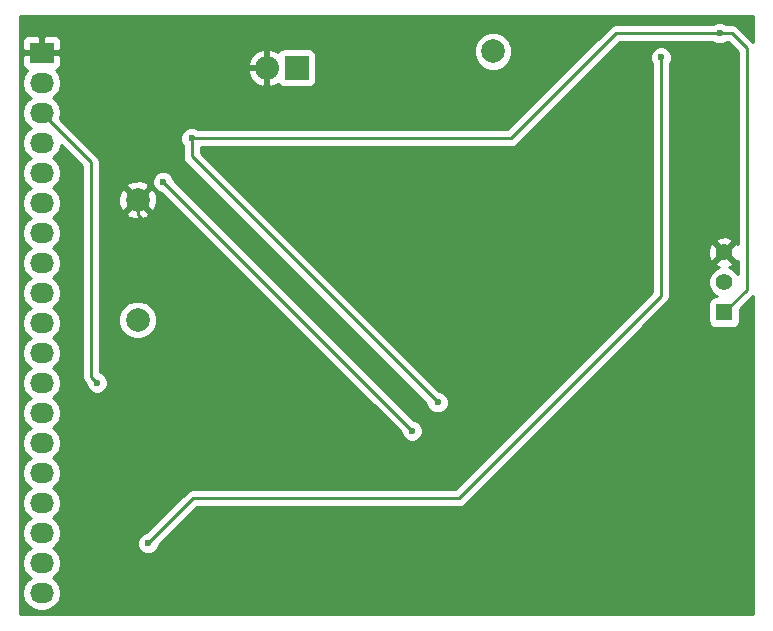
<source format=gbl>
G04 #@! TF.FileFunction,Copper,L2,Bot,Signal*
%FSLAX46Y46*%
G04 Gerber Fmt 4.6, Leading zero omitted, Abs format (unit mm)*
G04 Created by KiCad (PCBNEW 4.0.6-e0-6349~53~ubuntu16.04.1) date Thu Oct  5 16:52:19 2017*
%MOMM*%
%LPD*%
G01*
G04 APERTURE LIST*
%ADD10C,0.100000*%
%ADD11R,2.032000X1.727200*%
%ADD12O,2.032000X1.727200*%
%ADD13R,2.032000X2.032000*%
%ADD14O,2.032000X2.032000*%
%ADD15R,1.397000X1.397000*%
%ADD16C,1.397000*%
%ADD17C,2.000000*%
%ADD18C,1.998980*%
%ADD19C,0.600000*%
%ADD20C,0.250000*%
%ADD21C,0.254000*%
G04 APERTURE END LIST*
D10*
D11*
X46990000Y-87630000D03*
D12*
X46990000Y-90170000D03*
X46990000Y-92710000D03*
X46990000Y-95250000D03*
X46990000Y-97790000D03*
X46990000Y-100330000D03*
X46990000Y-102870000D03*
X46990000Y-105410000D03*
X46990000Y-107950000D03*
X46990000Y-110490000D03*
X46990000Y-113030000D03*
X46990000Y-115570000D03*
X46990000Y-118110000D03*
X46990000Y-120650000D03*
X46990000Y-123190000D03*
X46990000Y-125730000D03*
X46990000Y-128270000D03*
X46990000Y-130810000D03*
X46990000Y-133350000D03*
D13*
X68580000Y-88900000D03*
D14*
X66040000Y-88900000D03*
D15*
X104775000Y-109601000D03*
D16*
X104775000Y-107061000D03*
X104775000Y-104521000D03*
D17*
X85217000Y-87503000D03*
D18*
X55118000Y-100076000D03*
X55118000Y-110236000D03*
D19*
X99441000Y-88011000D03*
X56007000Y-129159000D03*
X80518000Y-117221000D03*
X104394000Y-85979000D03*
X59690000Y-94869000D03*
X72898000Y-96266000D03*
X51689000Y-115570000D03*
X57277000Y-98552000D03*
X78359000Y-119634000D03*
D20*
X99441000Y-108204000D02*
X99441000Y-88011000D01*
X82296000Y-125349000D02*
X99441000Y-108204000D01*
X59817000Y-125349000D02*
X82296000Y-125349000D01*
X56007000Y-129159000D02*
X59817000Y-125349000D01*
X104394000Y-85979000D02*
X105410000Y-85979000D01*
X106680000Y-107696000D02*
X104775000Y-109601000D01*
X106680000Y-87249000D02*
X106680000Y-107696000D01*
X105410000Y-85979000D02*
X106680000Y-87249000D01*
X59690000Y-94869000D02*
X59690000Y-96393000D01*
X59690000Y-96393000D02*
X80518000Y-117221000D01*
X95631000Y-85979000D02*
X104394000Y-85979000D01*
X86741000Y-94869000D02*
X95631000Y-85979000D01*
X59690000Y-94869000D02*
X86741000Y-94869000D01*
X55118000Y-100076000D02*
X55118000Y-101346000D01*
X55118000Y-101346000D02*
X75819000Y-122047000D01*
X75819000Y-122047000D02*
X81026000Y-122047000D01*
X81026000Y-122047000D02*
X86741000Y-116332000D01*
X86741000Y-116332000D02*
X86741000Y-110109000D01*
X86741000Y-110109000D02*
X72898000Y-96266000D01*
X51181000Y-96901000D02*
X46990000Y-92710000D01*
X51181000Y-115062000D02*
X51181000Y-96901000D01*
X51689000Y-115570000D02*
X51181000Y-115062000D01*
X78359000Y-119634000D02*
X57277000Y-98552000D01*
D21*
G36*
X107240000Y-86745421D02*
X107217401Y-86711599D01*
X105947401Y-85441599D01*
X105700839Y-85276852D01*
X105410000Y-85219000D01*
X104956463Y-85219000D01*
X104924327Y-85186808D01*
X104580799Y-85044162D01*
X104208833Y-85043838D01*
X103865057Y-85185883D01*
X103831882Y-85219000D01*
X95631000Y-85219000D01*
X95340161Y-85276852D01*
X95093599Y-85441599D01*
X86426198Y-94109000D01*
X60252463Y-94109000D01*
X60220327Y-94076808D01*
X59876799Y-93934162D01*
X59504833Y-93933838D01*
X59161057Y-94075883D01*
X58897808Y-94338673D01*
X58755162Y-94682201D01*
X58754838Y-95054167D01*
X58896883Y-95397943D01*
X58930000Y-95431118D01*
X58930000Y-96393000D01*
X58987852Y-96683839D01*
X59152599Y-96930401D01*
X79582878Y-117360680D01*
X79582838Y-117406167D01*
X79724883Y-117749943D01*
X79987673Y-118013192D01*
X80331201Y-118155838D01*
X80703167Y-118156162D01*
X81046943Y-118014117D01*
X81310192Y-117751327D01*
X81452838Y-117407799D01*
X81453162Y-117035833D01*
X81311117Y-116692057D01*
X81048327Y-116428808D01*
X80704799Y-116286162D01*
X80657923Y-116286121D01*
X60450000Y-96078198D01*
X60450000Y-95629000D01*
X86741000Y-95629000D01*
X87031839Y-95571148D01*
X87278401Y-95406401D01*
X95945802Y-86739000D01*
X103831537Y-86739000D01*
X103863673Y-86771192D01*
X104207201Y-86913838D01*
X104579167Y-86914162D01*
X104922943Y-86772117D01*
X104956118Y-86739000D01*
X105095198Y-86739000D01*
X105920000Y-87563802D01*
X105920000Y-103821581D01*
X105709188Y-103766417D01*
X104954605Y-104521000D01*
X105709188Y-105275583D01*
X105920000Y-105220419D01*
X105920000Y-106340149D01*
X105906146Y-106306620D01*
X105531353Y-105931173D01*
X105209882Y-105797686D01*
X105467929Y-105690800D01*
X105529583Y-105455188D01*
X104775000Y-104700605D01*
X104020417Y-105455188D01*
X104082071Y-105690800D01*
X104361312Y-105789083D01*
X104020620Y-105929854D01*
X103645173Y-106304647D01*
X103441732Y-106794587D01*
X103441269Y-107325086D01*
X103643854Y-107815380D01*
X104018647Y-108190827D01*
X104173337Y-108255060D01*
X104076500Y-108255060D01*
X103841183Y-108299338D01*
X103625059Y-108438410D01*
X103480069Y-108650610D01*
X103429060Y-108902500D01*
X103429060Y-110299500D01*
X103473338Y-110534817D01*
X103612410Y-110750941D01*
X103824610Y-110895931D01*
X104076500Y-110946940D01*
X105473500Y-110946940D01*
X105708817Y-110902662D01*
X105924941Y-110763590D01*
X106069931Y-110551390D01*
X106120940Y-110299500D01*
X106120940Y-109329862D01*
X107217401Y-108233401D01*
X107240000Y-108199579D01*
X107240000Y-135180000D01*
X45160000Y-135180000D01*
X45160000Y-90170000D01*
X45306655Y-90170000D01*
X45420729Y-90743489D01*
X45745585Y-91229670D01*
X46060366Y-91440000D01*
X45745585Y-91650330D01*
X45420729Y-92136511D01*
X45306655Y-92710000D01*
X45420729Y-93283489D01*
X45745585Y-93769670D01*
X46060366Y-93980000D01*
X45745585Y-94190330D01*
X45420729Y-94676511D01*
X45306655Y-95250000D01*
X45420729Y-95823489D01*
X45745585Y-96309670D01*
X46060366Y-96520000D01*
X45745585Y-96730330D01*
X45420729Y-97216511D01*
X45306655Y-97790000D01*
X45420729Y-98363489D01*
X45745585Y-98849670D01*
X46060366Y-99060000D01*
X45745585Y-99270330D01*
X45420729Y-99756511D01*
X45306655Y-100330000D01*
X45420729Y-100903489D01*
X45745585Y-101389670D01*
X46060366Y-101600000D01*
X45745585Y-101810330D01*
X45420729Y-102296511D01*
X45306655Y-102870000D01*
X45420729Y-103443489D01*
X45745585Y-103929670D01*
X46060366Y-104140000D01*
X45745585Y-104350330D01*
X45420729Y-104836511D01*
X45306655Y-105410000D01*
X45420729Y-105983489D01*
X45745585Y-106469670D01*
X46060366Y-106680000D01*
X45745585Y-106890330D01*
X45420729Y-107376511D01*
X45306655Y-107950000D01*
X45420729Y-108523489D01*
X45745585Y-109009670D01*
X46060366Y-109220000D01*
X45745585Y-109430330D01*
X45420729Y-109916511D01*
X45306655Y-110490000D01*
X45420729Y-111063489D01*
X45745585Y-111549670D01*
X46060366Y-111760000D01*
X45745585Y-111970330D01*
X45420729Y-112456511D01*
X45306655Y-113030000D01*
X45420729Y-113603489D01*
X45745585Y-114089670D01*
X46060366Y-114300000D01*
X45745585Y-114510330D01*
X45420729Y-114996511D01*
X45306655Y-115570000D01*
X45420729Y-116143489D01*
X45745585Y-116629670D01*
X46060366Y-116840000D01*
X45745585Y-117050330D01*
X45420729Y-117536511D01*
X45306655Y-118110000D01*
X45420729Y-118683489D01*
X45745585Y-119169670D01*
X46060366Y-119380000D01*
X45745585Y-119590330D01*
X45420729Y-120076511D01*
X45306655Y-120650000D01*
X45420729Y-121223489D01*
X45745585Y-121709670D01*
X46060366Y-121920000D01*
X45745585Y-122130330D01*
X45420729Y-122616511D01*
X45306655Y-123190000D01*
X45420729Y-123763489D01*
X45745585Y-124249670D01*
X46060366Y-124460000D01*
X45745585Y-124670330D01*
X45420729Y-125156511D01*
X45306655Y-125730000D01*
X45420729Y-126303489D01*
X45745585Y-126789670D01*
X46060366Y-127000000D01*
X45745585Y-127210330D01*
X45420729Y-127696511D01*
X45306655Y-128270000D01*
X45420729Y-128843489D01*
X45745585Y-129329670D01*
X46060366Y-129540000D01*
X45745585Y-129750330D01*
X45420729Y-130236511D01*
X45306655Y-130810000D01*
X45420729Y-131383489D01*
X45745585Y-131869670D01*
X46060366Y-132080000D01*
X45745585Y-132290330D01*
X45420729Y-132776511D01*
X45306655Y-133350000D01*
X45420729Y-133923489D01*
X45745585Y-134409670D01*
X46231766Y-134734526D01*
X46805255Y-134848600D01*
X47174745Y-134848600D01*
X47748234Y-134734526D01*
X48234415Y-134409670D01*
X48559271Y-133923489D01*
X48673345Y-133350000D01*
X48559271Y-132776511D01*
X48234415Y-132290330D01*
X47919634Y-132080000D01*
X48234415Y-131869670D01*
X48559271Y-131383489D01*
X48673345Y-130810000D01*
X48559271Y-130236511D01*
X48234415Y-129750330D01*
X47919634Y-129540000D01*
X48212718Y-129344167D01*
X55071838Y-129344167D01*
X55213883Y-129687943D01*
X55476673Y-129951192D01*
X55820201Y-130093838D01*
X56192167Y-130094162D01*
X56535943Y-129952117D01*
X56799192Y-129689327D01*
X56941838Y-129345799D01*
X56941879Y-129298923D01*
X60131802Y-126109000D01*
X82296000Y-126109000D01*
X82586839Y-126051148D01*
X82833401Y-125886401D01*
X99978401Y-108741401D01*
X100143148Y-108494839D01*
X100201000Y-108204000D01*
X100201000Y-104328480D01*
X103429073Y-104328480D01*
X103457852Y-104858199D01*
X103605200Y-105213929D01*
X103840812Y-105275583D01*
X104595395Y-104521000D01*
X103840812Y-103766417D01*
X103605200Y-103828071D01*
X103429073Y-104328480D01*
X100201000Y-104328480D01*
X100201000Y-103586812D01*
X104020417Y-103586812D01*
X104775000Y-104341395D01*
X105529583Y-103586812D01*
X105467929Y-103351200D01*
X104967520Y-103175073D01*
X104437801Y-103203852D01*
X104082071Y-103351200D01*
X104020417Y-103586812D01*
X100201000Y-103586812D01*
X100201000Y-88573463D01*
X100233192Y-88541327D01*
X100375838Y-88197799D01*
X100376162Y-87825833D01*
X100234117Y-87482057D01*
X99971327Y-87218808D01*
X99627799Y-87076162D01*
X99255833Y-87075838D01*
X98912057Y-87217883D01*
X98648808Y-87480673D01*
X98506162Y-87824201D01*
X98505838Y-88196167D01*
X98647883Y-88539943D01*
X98681000Y-88573118D01*
X98681000Y-107889198D01*
X81981198Y-124589000D01*
X59817000Y-124589000D01*
X59526161Y-124646852D01*
X59279599Y-124811599D01*
X55867320Y-128223878D01*
X55821833Y-128223838D01*
X55478057Y-128365883D01*
X55214808Y-128628673D01*
X55072162Y-128972201D01*
X55071838Y-129344167D01*
X48212718Y-129344167D01*
X48234415Y-129329670D01*
X48559271Y-128843489D01*
X48673345Y-128270000D01*
X48559271Y-127696511D01*
X48234415Y-127210330D01*
X47919634Y-127000000D01*
X48234415Y-126789670D01*
X48559271Y-126303489D01*
X48673345Y-125730000D01*
X48559271Y-125156511D01*
X48234415Y-124670330D01*
X47919634Y-124460000D01*
X48234415Y-124249670D01*
X48559271Y-123763489D01*
X48673345Y-123190000D01*
X48559271Y-122616511D01*
X48234415Y-122130330D01*
X47919634Y-121920000D01*
X48234415Y-121709670D01*
X48559271Y-121223489D01*
X48673345Y-120650000D01*
X48559271Y-120076511D01*
X48234415Y-119590330D01*
X47919634Y-119380000D01*
X48234415Y-119169670D01*
X48559271Y-118683489D01*
X48673345Y-118110000D01*
X48559271Y-117536511D01*
X48234415Y-117050330D01*
X47919634Y-116840000D01*
X48234415Y-116629670D01*
X48559271Y-116143489D01*
X48673345Y-115570000D01*
X48559271Y-114996511D01*
X48234415Y-114510330D01*
X47919634Y-114300000D01*
X48234415Y-114089670D01*
X48559271Y-113603489D01*
X48673345Y-113030000D01*
X48559271Y-112456511D01*
X48234415Y-111970330D01*
X47919634Y-111760000D01*
X48234415Y-111549670D01*
X48559271Y-111063489D01*
X48673345Y-110490000D01*
X48559271Y-109916511D01*
X48234415Y-109430330D01*
X47919634Y-109220000D01*
X48234415Y-109009670D01*
X48559271Y-108523489D01*
X48673345Y-107950000D01*
X48559271Y-107376511D01*
X48234415Y-106890330D01*
X47919634Y-106680000D01*
X48234415Y-106469670D01*
X48559271Y-105983489D01*
X48673345Y-105410000D01*
X48559271Y-104836511D01*
X48234415Y-104350330D01*
X47919634Y-104140000D01*
X48234415Y-103929670D01*
X48559271Y-103443489D01*
X48673345Y-102870000D01*
X48559271Y-102296511D01*
X48234415Y-101810330D01*
X47919634Y-101600000D01*
X48234415Y-101389670D01*
X48559271Y-100903489D01*
X48673345Y-100330000D01*
X48559271Y-99756511D01*
X48234415Y-99270330D01*
X47919634Y-99060000D01*
X48234415Y-98849670D01*
X48559271Y-98363489D01*
X48673345Y-97790000D01*
X48559271Y-97216511D01*
X48234415Y-96730330D01*
X47919634Y-96520000D01*
X48234415Y-96309670D01*
X48559271Y-95823489D01*
X48637152Y-95431954D01*
X50421000Y-97215802D01*
X50421000Y-115062000D01*
X50478852Y-115352839D01*
X50643599Y-115599401D01*
X50753878Y-115709680D01*
X50753838Y-115755167D01*
X50895883Y-116098943D01*
X51158673Y-116362192D01*
X51502201Y-116504838D01*
X51874167Y-116505162D01*
X52217943Y-116363117D01*
X52481192Y-116100327D01*
X52623838Y-115756799D01*
X52624162Y-115384833D01*
X52482117Y-115041057D01*
X52219327Y-114777808D01*
X51941000Y-114662236D01*
X51941000Y-110559694D01*
X53483226Y-110559694D01*
X53731538Y-111160655D01*
X54190927Y-111620846D01*
X54791453Y-111870206D01*
X55441694Y-111870774D01*
X56042655Y-111622462D01*
X56502846Y-111163073D01*
X56752206Y-110562547D01*
X56752774Y-109912306D01*
X56504462Y-109311345D01*
X56045073Y-108851154D01*
X55444547Y-108601794D01*
X54794306Y-108601226D01*
X54193345Y-108849538D01*
X53733154Y-109308927D01*
X53483794Y-109909453D01*
X53483226Y-110559694D01*
X51941000Y-110559694D01*
X51941000Y-101228163D01*
X54145443Y-101228163D01*
X54244042Y-101494965D01*
X54853582Y-101721401D01*
X55503377Y-101697341D01*
X55991958Y-101494965D01*
X56090557Y-101228163D01*
X55118000Y-100255605D01*
X54145443Y-101228163D01*
X51941000Y-101228163D01*
X51941000Y-99811582D01*
X53472599Y-99811582D01*
X53496659Y-100461377D01*
X53699035Y-100949958D01*
X53965837Y-101048557D01*
X54938395Y-100076000D01*
X55297605Y-100076000D01*
X56270163Y-101048557D01*
X56536965Y-100949958D01*
X56763401Y-100340418D01*
X56739341Y-99690623D01*
X56536965Y-99202042D01*
X56270163Y-99103443D01*
X55297605Y-100076000D01*
X54938395Y-100076000D01*
X53965837Y-99103443D01*
X53699035Y-99202042D01*
X53472599Y-99811582D01*
X51941000Y-99811582D01*
X51941000Y-98923837D01*
X54145443Y-98923837D01*
X55118000Y-99896395D01*
X56090557Y-98923837D01*
X56021572Y-98737167D01*
X56341838Y-98737167D01*
X56483883Y-99080943D01*
X56746673Y-99344192D01*
X57090201Y-99486838D01*
X57137077Y-99486879D01*
X77423878Y-119773680D01*
X77423838Y-119819167D01*
X77565883Y-120162943D01*
X77828673Y-120426192D01*
X78172201Y-120568838D01*
X78544167Y-120569162D01*
X78887943Y-120427117D01*
X79151192Y-120164327D01*
X79293838Y-119820799D01*
X79294162Y-119448833D01*
X79152117Y-119105057D01*
X78889327Y-118841808D01*
X78545799Y-118699162D01*
X78498923Y-118699121D01*
X58212122Y-98412320D01*
X58212162Y-98366833D01*
X58070117Y-98023057D01*
X57807327Y-97759808D01*
X57463799Y-97617162D01*
X57091833Y-97616838D01*
X56748057Y-97758883D01*
X56484808Y-98021673D01*
X56342162Y-98365201D01*
X56341838Y-98737167D01*
X56021572Y-98737167D01*
X55991958Y-98657035D01*
X55382418Y-98430599D01*
X54732623Y-98454659D01*
X54244042Y-98657035D01*
X54145443Y-98923837D01*
X51941000Y-98923837D01*
X51941000Y-96901000D01*
X51883148Y-96610161D01*
X51718401Y-96363599D01*
X48572381Y-93217579D01*
X48673345Y-92710000D01*
X48559271Y-92136511D01*
X48234415Y-91650330D01*
X47919634Y-91440000D01*
X48234415Y-91229670D01*
X48559271Y-90743489D01*
X48673345Y-90170000D01*
X48559271Y-89596511D01*
X48349753Y-89282944D01*
X64434025Y-89282944D01*
X64633615Y-89764818D01*
X65071621Y-90237188D01*
X65657054Y-90505983D01*
X65913000Y-90387367D01*
X65913000Y-89027000D01*
X64553164Y-89027000D01*
X64434025Y-89282944D01*
X48349753Y-89282944D01*
X48234415Y-89110330D01*
X48212220Y-89095500D01*
X48365699Y-89031927D01*
X48544327Y-88853298D01*
X48641000Y-88619909D01*
X48641000Y-88517056D01*
X64434025Y-88517056D01*
X64553164Y-88773000D01*
X65913000Y-88773000D01*
X65913000Y-87412633D01*
X66167000Y-87412633D01*
X66167000Y-88773000D01*
X66187000Y-88773000D01*
X66187000Y-89027000D01*
X66167000Y-89027000D01*
X66167000Y-90387367D01*
X66422946Y-90505983D01*
X67008379Y-90237188D01*
X67012934Y-90232276D01*
X67099910Y-90367441D01*
X67312110Y-90512431D01*
X67564000Y-90563440D01*
X69596000Y-90563440D01*
X69831317Y-90519162D01*
X70047441Y-90380090D01*
X70192431Y-90167890D01*
X70243440Y-89916000D01*
X70243440Y-87884000D01*
X70232677Y-87826795D01*
X83581716Y-87826795D01*
X83830106Y-88427943D01*
X84289637Y-88888278D01*
X84890352Y-89137716D01*
X85540795Y-89138284D01*
X86141943Y-88889894D01*
X86602278Y-88430363D01*
X86851716Y-87829648D01*
X86852284Y-87179205D01*
X86603894Y-86578057D01*
X86144363Y-86117722D01*
X85543648Y-85868284D01*
X84893205Y-85867716D01*
X84292057Y-86116106D01*
X83831722Y-86575637D01*
X83582284Y-87176352D01*
X83581716Y-87826795D01*
X70232677Y-87826795D01*
X70199162Y-87648683D01*
X70060090Y-87432559D01*
X69847890Y-87287569D01*
X69596000Y-87236560D01*
X67564000Y-87236560D01*
X67328683Y-87280838D01*
X67112559Y-87419910D01*
X67012144Y-87566872D01*
X67008379Y-87562812D01*
X66422946Y-87294017D01*
X66167000Y-87412633D01*
X65913000Y-87412633D01*
X65657054Y-87294017D01*
X65071621Y-87562812D01*
X64633615Y-88035182D01*
X64434025Y-88517056D01*
X48641000Y-88517056D01*
X48641000Y-87915750D01*
X48482250Y-87757000D01*
X47117000Y-87757000D01*
X47117000Y-87777000D01*
X46863000Y-87777000D01*
X46863000Y-87757000D01*
X45497750Y-87757000D01*
X45339000Y-87915750D01*
X45339000Y-88619909D01*
X45435673Y-88853298D01*
X45614301Y-89031927D01*
X45767780Y-89095500D01*
X45745585Y-89110330D01*
X45420729Y-89596511D01*
X45306655Y-90170000D01*
X45160000Y-90170000D01*
X45160000Y-86640091D01*
X45339000Y-86640091D01*
X45339000Y-87344250D01*
X45497750Y-87503000D01*
X46863000Y-87503000D01*
X46863000Y-86290150D01*
X47117000Y-86290150D01*
X47117000Y-87503000D01*
X48482250Y-87503000D01*
X48641000Y-87344250D01*
X48641000Y-86640091D01*
X48544327Y-86406702D01*
X48365699Y-86228073D01*
X48132310Y-86131400D01*
X47275750Y-86131400D01*
X47117000Y-86290150D01*
X46863000Y-86290150D01*
X46704250Y-86131400D01*
X45847690Y-86131400D01*
X45614301Y-86228073D01*
X45435673Y-86406702D01*
X45339000Y-86640091D01*
X45160000Y-86640091D01*
X45160000Y-84530000D01*
X107240000Y-84530000D01*
X107240000Y-86745421D01*
X107240000Y-86745421D01*
G37*
X107240000Y-86745421D02*
X107217401Y-86711599D01*
X105947401Y-85441599D01*
X105700839Y-85276852D01*
X105410000Y-85219000D01*
X104956463Y-85219000D01*
X104924327Y-85186808D01*
X104580799Y-85044162D01*
X104208833Y-85043838D01*
X103865057Y-85185883D01*
X103831882Y-85219000D01*
X95631000Y-85219000D01*
X95340161Y-85276852D01*
X95093599Y-85441599D01*
X86426198Y-94109000D01*
X60252463Y-94109000D01*
X60220327Y-94076808D01*
X59876799Y-93934162D01*
X59504833Y-93933838D01*
X59161057Y-94075883D01*
X58897808Y-94338673D01*
X58755162Y-94682201D01*
X58754838Y-95054167D01*
X58896883Y-95397943D01*
X58930000Y-95431118D01*
X58930000Y-96393000D01*
X58987852Y-96683839D01*
X59152599Y-96930401D01*
X79582878Y-117360680D01*
X79582838Y-117406167D01*
X79724883Y-117749943D01*
X79987673Y-118013192D01*
X80331201Y-118155838D01*
X80703167Y-118156162D01*
X81046943Y-118014117D01*
X81310192Y-117751327D01*
X81452838Y-117407799D01*
X81453162Y-117035833D01*
X81311117Y-116692057D01*
X81048327Y-116428808D01*
X80704799Y-116286162D01*
X80657923Y-116286121D01*
X60450000Y-96078198D01*
X60450000Y-95629000D01*
X86741000Y-95629000D01*
X87031839Y-95571148D01*
X87278401Y-95406401D01*
X95945802Y-86739000D01*
X103831537Y-86739000D01*
X103863673Y-86771192D01*
X104207201Y-86913838D01*
X104579167Y-86914162D01*
X104922943Y-86772117D01*
X104956118Y-86739000D01*
X105095198Y-86739000D01*
X105920000Y-87563802D01*
X105920000Y-103821581D01*
X105709188Y-103766417D01*
X104954605Y-104521000D01*
X105709188Y-105275583D01*
X105920000Y-105220419D01*
X105920000Y-106340149D01*
X105906146Y-106306620D01*
X105531353Y-105931173D01*
X105209882Y-105797686D01*
X105467929Y-105690800D01*
X105529583Y-105455188D01*
X104775000Y-104700605D01*
X104020417Y-105455188D01*
X104082071Y-105690800D01*
X104361312Y-105789083D01*
X104020620Y-105929854D01*
X103645173Y-106304647D01*
X103441732Y-106794587D01*
X103441269Y-107325086D01*
X103643854Y-107815380D01*
X104018647Y-108190827D01*
X104173337Y-108255060D01*
X104076500Y-108255060D01*
X103841183Y-108299338D01*
X103625059Y-108438410D01*
X103480069Y-108650610D01*
X103429060Y-108902500D01*
X103429060Y-110299500D01*
X103473338Y-110534817D01*
X103612410Y-110750941D01*
X103824610Y-110895931D01*
X104076500Y-110946940D01*
X105473500Y-110946940D01*
X105708817Y-110902662D01*
X105924941Y-110763590D01*
X106069931Y-110551390D01*
X106120940Y-110299500D01*
X106120940Y-109329862D01*
X107217401Y-108233401D01*
X107240000Y-108199579D01*
X107240000Y-135180000D01*
X45160000Y-135180000D01*
X45160000Y-90170000D01*
X45306655Y-90170000D01*
X45420729Y-90743489D01*
X45745585Y-91229670D01*
X46060366Y-91440000D01*
X45745585Y-91650330D01*
X45420729Y-92136511D01*
X45306655Y-92710000D01*
X45420729Y-93283489D01*
X45745585Y-93769670D01*
X46060366Y-93980000D01*
X45745585Y-94190330D01*
X45420729Y-94676511D01*
X45306655Y-95250000D01*
X45420729Y-95823489D01*
X45745585Y-96309670D01*
X46060366Y-96520000D01*
X45745585Y-96730330D01*
X45420729Y-97216511D01*
X45306655Y-97790000D01*
X45420729Y-98363489D01*
X45745585Y-98849670D01*
X46060366Y-99060000D01*
X45745585Y-99270330D01*
X45420729Y-99756511D01*
X45306655Y-100330000D01*
X45420729Y-100903489D01*
X45745585Y-101389670D01*
X46060366Y-101600000D01*
X45745585Y-101810330D01*
X45420729Y-102296511D01*
X45306655Y-102870000D01*
X45420729Y-103443489D01*
X45745585Y-103929670D01*
X46060366Y-104140000D01*
X45745585Y-104350330D01*
X45420729Y-104836511D01*
X45306655Y-105410000D01*
X45420729Y-105983489D01*
X45745585Y-106469670D01*
X46060366Y-106680000D01*
X45745585Y-106890330D01*
X45420729Y-107376511D01*
X45306655Y-107950000D01*
X45420729Y-108523489D01*
X45745585Y-109009670D01*
X46060366Y-109220000D01*
X45745585Y-109430330D01*
X45420729Y-109916511D01*
X45306655Y-110490000D01*
X45420729Y-111063489D01*
X45745585Y-111549670D01*
X46060366Y-111760000D01*
X45745585Y-111970330D01*
X45420729Y-112456511D01*
X45306655Y-113030000D01*
X45420729Y-113603489D01*
X45745585Y-114089670D01*
X46060366Y-114300000D01*
X45745585Y-114510330D01*
X45420729Y-114996511D01*
X45306655Y-115570000D01*
X45420729Y-116143489D01*
X45745585Y-116629670D01*
X46060366Y-116840000D01*
X45745585Y-117050330D01*
X45420729Y-117536511D01*
X45306655Y-118110000D01*
X45420729Y-118683489D01*
X45745585Y-119169670D01*
X46060366Y-119380000D01*
X45745585Y-119590330D01*
X45420729Y-120076511D01*
X45306655Y-120650000D01*
X45420729Y-121223489D01*
X45745585Y-121709670D01*
X46060366Y-121920000D01*
X45745585Y-122130330D01*
X45420729Y-122616511D01*
X45306655Y-123190000D01*
X45420729Y-123763489D01*
X45745585Y-124249670D01*
X46060366Y-124460000D01*
X45745585Y-124670330D01*
X45420729Y-125156511D01*
X45306655Y-125730000D01*
X45420729Y-126303489D01*
X45745585Y-126789670D01*
X46060366Y-127000000D01*
X45745585Y-127210330D01*
X45420729Y-127696511D01*
X45306655Y-128270000D01*
X45420729Y-128843489D01*
X45745585Y-129329670D01*
X46060366Y-129540000D01*
X45745585Y-129750330D01*
X45420729Y-130236511D01*
X45306655Y-130810000D01*
X45420729Y-131383489D01*
X45745585Y-131869670D01*
X46060366Y-132080000D01*
X45745585Y-132290330D01*
X45420729Y-132776511D01*
X45306655Y-133350000D01*
X45420729Y-133923489D01*
X45745585Y-134409670D01*
X46231766Y-134734526D01*
X46805255Y-134848600D01*
X47174745Y-134848600D01*
X47748234Y-134734526D01*
X48234415Y-134409670D01*
X48559271Y-133923489D01*
X48673345Y-133350000D01*
X48559271Y-132776511D01*
X48234415Y-132290330D01*
X47919634Y-132080000D01*
X48234415Y-131869670D01*
X48559271Y-131383489D01*
X48673345Y-130810000D01*
X48559271Y-130236511D01*
X48234415Y-129750330D01*
X47919634Y-129540000D01*
X48212718Y-129344167D01*
X55071838Y-129344167D01*
X55213883Y-129687943D01*
X55476673Y-129951192D01*
X55820201Y-130093838D01*
X56192167Y-130094162D01*
X56535943Y-129952117D01*
X56799192Y-129689327D01*
X56941838Y-129345799D01*
X56941879Y-129298923D01*
X60131802Y-126109000D01*
X82296000Y-126109000D01*
X82586839Y-126051148D01*
X82833401Y-125886401D01*
X99978401Y-108741401D01*
X100143148Y-108494839D01*
X100201000Y-108204000D01*
X100201000Y-104328480D01*
X103429073Y-104328480D01*
X103457852Y-104858199D01*
X103605200Y-105213929D01*
X103840812Y-105275583D01*
X104595395Y-104521000D01*
X103840812Y-103766417D01*
X103605200Y-103828071D01*
X103429073Y-104328480D01*
X100201000Y-104328480D01*
X100201000Y-103586812D01*
X104020417Y-103586812D01*
X104775000Y-104341395D01*
X105529583Y-103586812D01*
X105467929Y-103351200D01*
X104967520Y-103175073D01*
X104437801Y-103203852D01*
X104082071Y-103351200D01*
X104020417Y-103586812D01*
X100201000Y-103586812D01*
X100201000Y-88573463D01*
X100233192Y-88541327D01*
X100375838Y-88197799D01*
X100376162Y-87825833D01*
X100234117Y-87482057D01*
X99971327Y-87218808D01*
X99627799Y-87076162D01*
X99255833Y-87075838D01*
X98912057Y-87217883D01*
X98648808Y-87480673D01*
X98506162Y-87824201D01*
X98505838Y-88196167D01*
X98647883Y-88539943D01*
X98681000Y-88573118D01*
X98681000Y-107889198D01*
X81981198Y-124589000D01*
X59817000Y-124589000D01*
X59526161Y-124646852D01*
X59279599Y-124811599D01*
X55867320Y-128223878D01*
X55821833Y-128223838D01*
X55478057Y-128365883D01*
X55214808Y-128628673D01*
X55072162Y-128972201D01*
X55071838Y-129344167D01*
X48212718Y-129344167D01*
X48234415Y-129329670D01*
X48559271Y-128843489D01*
X48673345Y-128270000D01*
X48559271Y-127696511D01*
X48234415Y-127210330D01*
X47919634Y-127000000D01*
X48234415Y-126789670D01*
X48559271Y-126303489D01*
X48673345Y-125730000D01*
X48559271Y-125156511D01*
X48234415Y-124670330D01*
X47919634Y-124460000D01*
X48234415Y-124249670D01*
X48559271Y-123763489D01*
X48673345Y-123190000D01*
X48559271Y-122616511D01*
X48234415Y-122130330D01*
X47919634Y-121920000D01*
X48234415Y-121709670D01*
X48559271Y-121223489D01*
X48673345Y-120650000D01*
X48559271Y-120076511D01*
X48234415Y-119590330D01*
X47919634Y-119380000D01*
X48234415Y-119169670D01*
X48559271Y-118683489D01*
X48673345Y-118110000D01*
X48559271Y-117536511D01*
X48234415Y-117050330D01*
X47919634Y-116840000D01*
X48234415Y-116629670D01*
X48559271Y-116143489D01*
X48673345Y-115570000D01*
X48559271Y-114996511D01*
X48234415Y-114510330D01*
X47919634Y-114300000D01*
X48234415Y-114089670D01*
X48559271Y-113603489D01*
X48673345Y-113030000D01*
X48559271Y-112456511D01*
X48234415Y-111970330D01*
X47919634Y-111760000D01*
X48234415Y-111549670D01*
X48559271Y-111063489D01*
X48673345Y-110490000D01*
X48559271Y-109916511D01*
X48234415Y-109430330D01*
X47919634Y-109220000D01*
X48234415Y-109009670D01*
X48559271Y-108523489D01*
X48673345Y-107950000D01*
X48559271Y-107376511D01*
X48234415Y-106890330D01*
X47919634Y-106680000D01*
X48234415Y-106469670D01*
X48559271Y-105983489D01*
X48673345Y-105410000D01*
X48559271Y-104836511D01*
X48234415Y-104350330D01*
X47919634Y-104140000D01*
X48234415Y-103929670D01*
X48559271Y-103443489D01*
X48673345Y-102870000D01*
X48559271Y-102296511D01*
X48234415Y-101810330D01*
X47919634Y-101600000D01*
X48234415Y-101389670D01*
X48559271Y-100903489D01*
X48673345Y-100330000D01*
X48559271Y-99756511D01*
X48234415Y-99270330D01*
X47919634Y-99060000D01*
X48234415Y-98849670D01*
X48559271Y-98363489D01*
X48673345Y-97790000D01*
X48559271Y-97216511D01*
X48234415Y-96730330D01*
X47919634Y-96520000D01*
X48234415Y-96309670D01*
X48559271Y-95823489D01*
X48637152Y-95431954D01*
X50421000Y-97215802D01*
X50421000Y-115062000D01*
X50478852Y-115352839D01*
X50643599Y-115599401D01*
X50753878Y-115709680D01*
X50753838Y-115755167D01*
X50895883Y-116098943D01*
X51158673Y-116362192D01*
X51502201Y-116504838D01*
X51874167Y-116505162D01*
X52217943Y-116363117D01*
X52481192Y-116100327D01*
X52623838Y-115756799D01*
X52624162Y-115384833D01*
X52482117Y-115041057D01*
X52219327Y-114777808D01*
X51941000Y-114662236D01*
X51941000Y-110559694D01*
X53483226Y-110559694D01*
X53731538Y-111160655D01*
X54190927Y-111620846D01*
X54791453Y-111870206D01*
X55441694Y-111870774D01*
X56042655Y-111622462D01*
X56502846Y-111163073D01*
X56752206Y-110562547D01*
X56752774Y-109912306D01*
X56504462Y-109311345D01*
X56045073Y-108851154D01*
X55444547Y-108601794D01*
X54794306Y-108601226D01*
X54193345Y-108849538D01*
X53733154Y-109308927D01*
X53483794Y-109909453D01*
X53483226Y-110559694D01*
X51941000Y-110559694D01*
X51941000Y-101228163D01*
X54145443Y-101228163D01*
X54244042Y-101494965D01*
X54853582Y-101721401D01*
X55503377Y-101697341D01*
X55991958Y-101494965D01*
X56090557Y-101228163D01*
X55118000Y-100255605D01*
X54145443Y-101228163D01*
X51941000Y-101228163D01*
X51941000Y-99811582D01*
X53472599Y-99811582D01*
X53496659Y-100461377D01*
X53699035Y-100949958D01*
X53965837Y-101048557D01*
X54938395Y-100076000D01*
X55297605Y-100076000D01*
X56270163Y-101048557D01*
X56536965Y-100949958D01*
X56763401Y-100340418D01*
X56739341Y-99690623D01*
X56536965Y-99202042D01*
X56270163Y-99103443D01*
X55297605Y-100076000D01*
X54938395Y-100076000D01*
X53965837Y-99103443D01*
X53699035Y-99202042D01*
X53472599Y-99811582D01*
X51941000Y-99811582D01*
X51941000Y-98923837D01*
X54145443Y-98923837D01*
X55118000Y-99896395D01*
X56090557Y-98923837D01*
X56021572Y-98737167D01*
X56341838Y-98737167D01*
X56483883Y-99080943D01*
X56746673Y-99344192D01*
X57090201Y-99486838D01*
X57137077Y-99486879D01*
X77423878Y-119773680D01*
X77423838Y-119819167D01*
X77565883Y-120162943D01*
X77828673Y-120426192D01*
X78172201Y-120568838D01*
X78544167Y-120569162D01*
X78887943Y-120427117D01*
X79151192Y-120164327D01*
X79293838Y-119820799D01*
X79294162Y-119448833D01*
X79152117Y-119105057D01*
X78889327Y-118841808D01*
X78545799Y-118699162D01*
X78498923Y-118699121D01*
X58212122Y-98412320D01*
X58212162Y-98366833D01*
X58070117Y-98023057D01*
X57807327Y-97759808D01*
X57463799Y-97617162D01*
X57091833Y-97616838D01*
X56748057Y-97758883D01*
X56484808Y-98021673D01*
X56342162Y-98365201D01*
X56341838Y-98737167D01*
X56021572Y-98737167D01*
X55991958Y-98657035D01*
X55382418Y-98430599D01*
X54732623Y-98454659D01*
X54244042Y-98657035D01*
X54145443Y-98923837D01*
X51941000Y-98923837D01*
X51941000Y-96901000D01*
X51883148Y-96610161D01*
X51718401Y-96363599D01*
X48572381Y-93217579D01*
X48673345Y-92710000D01*
X48559271Y-92136511D01*
X48234415Y-91650330D01*
X47919634Y-91440000D01*
X48234415Y-91229670D01*
X48559271Y-90743489D01*
X48673345Y-90170000D01*
X48559271Y-89596511D01*
X48349753Y-89282944D01*
X64434025Y-89282944D01*
X64633615Y-89764818D01*
X65071621Y-90237188D01*
X65657054Y-90505983D01*
X65913000Y-90387367D01*
X65913000Y-89027000D01*
X64553164Y-89027000D01*
X64434025Y-89282944D01*
X48349753Y-89282944D01*
X48234415Y-89110330D01*
X48212220Y-89095500D01*
X48365699Y-89031927D01*
X48544327Y-88853298D01*
X48641000Y-88619909D01*
X48641000Y-88517056D01*
X64434025Y-88517056D01*
X64553164Y-88773000D01*
X65913000Y-88773000D01*
X65913000Y-87412633D01*
X66167000Y-87412633D01*
X66167000Y-88773000D01*
X66187000Y-88773000D01*
X66187000Y-89027000D01*
X66167000Y-89027000D01*
X66167000Y-90387367D01*
X66422946Y-90505983D01*
X67008379Y-90237188D01*
X67012934Y-90232276D01*
X67099910Y-90367441D01*
X67312110Y-90512431D01*
X67564000Y-90563440D01*
X69596000Y-90563440D01*
X69831317Y-90519162D01*
X70047441Y-90380090D01*
X70192431Y-90167890D01*
X70243440Y-89916000D01*
X70243440Y-87884000D01*
X70232677Y-87826795D01*
X83581716Y-87826795D01*
X83830106Y-88427943D01*
X84289637Y-88888278D01*
X84890352Y-89137716D01*
X85540795Y-89138284D01*
X86141943Y-88889894D01*
X86602278Y-88430363D01*
X86851716Y-87829648D01*
X86852284Y-87179205D01*
X86603894Y-86578057D01*
X86144363Y-86117722D01*
X85543648Y-85868284D01*
X84893205Y-85867716D01*
X84292057Y-86116106D01*
X83831722Y-86575637D01*
X83582284Y-87176352D01*
X83581716Y-87826795D01*
X70232677Y-87826795D01*
X70199162Y-87648683D01*
X70060090Y-87432559D01*
X69847890Y-87287569D01*
X69596000Y-87236560D01*
X67564000Y-87236560D01*
X67328683Y-87280838D01*
X67112559Y-87419910D01*
X67012144Y-87566872D01*
X67008379Y-87562812D01*
X66422946Y-87294017D01*
X66167000Y-87412633D01*
X65913000Y-87412633D01*
X65657054Y-87294017D01*
X65071621Y-87562812D01*
X64633615Y-88035182D01*
X64434025Y-88517056D01*
X48641000Y-88517056D01*
X48641000Y-87915750D01*
X48482250Y-87757000D01*
X47117000Y-87757000D01*
X47117000Y-87777000D01*
X46863000Y-87777000D01*
X46863000Y-87757000D01*
X45497750Y-87757000D01*
X45339000Y-87915750D01*
X45339000Y-88619909D01*
X45435673Y-88853298D01*
X45614301Y-89031927D01*
X45767780Y-89095500D01*
X45745585Y-89110330D01*
X45420729Y-89596511D01*
X45306655Y-90170000D01*
X45160000Y-90170000D01*
X45160000Y-86640091D01*
X45339000Y-86640091D01*
X45339000Y-87344250D01*
X45497750Y-87503000D01*
X46863000Y-87503000D01*
X46863000Y-86290150D01*
X47117000Y-86290150D01*
X47117000Y-87503000D01*
X48482250Y-87503000D01*
X48641000Y-87344250D01*
X48641000Y-86640091D01*
X48544327Y-86406702D01*
X48365699Y-86228073D01*
X48132310Y-86131400D01*
X47275750Y-86131400D01*
X47117000Y-86290150D01*
X46863000Y-86290150D01*
X46704250Y-86131400D01*
X45847690Y-86131400D01*
X45614301Y-86228073D01*
X45435673Y-86406702D01*
X45339000Y-86640091D01*
X45160000Y-86640091D01*
X45160000Y-84530000D01*
X107240000Y-84530000D01*
X107240000Y-86745421D01*
M02*

</source>
